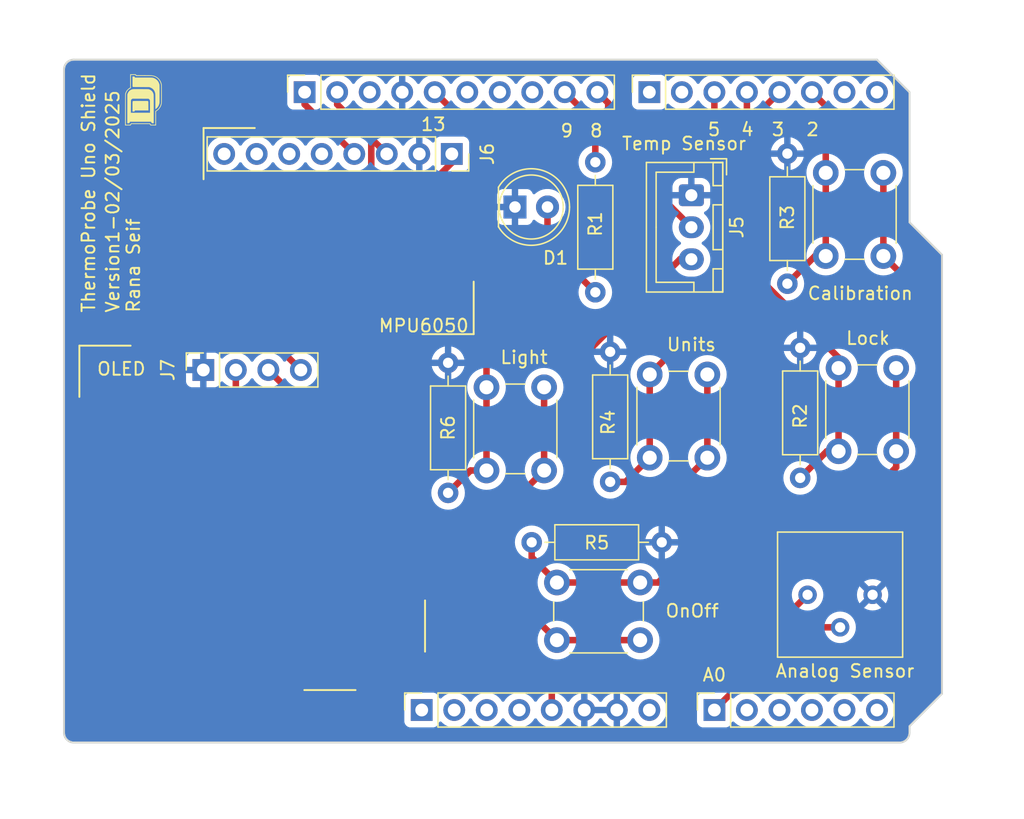
<source format=kicad_pcb>
(kicad_pcb (version 20240108) (generator "pcbnew") (generator_version "8.0")
  (title_block (date "mar. 31 mars 2015"))
  (layers (0 "F.Cu" signal) (31 "B.Cu" signal) (34 "B.Paste" user) (35 "F.Paste" user) (36 "B.SilkS" user "B.Silkscreen") (37 "F.SilkS" user "F.Silkscreen") (38 "B.Mask" user) (39 "F.Mask" user) (44 "Edge.Cuts" user))
  (net 0 "")
  (net 1 "GND")
  (net 3 "+5V")
  (net 4 "/IOREF")
  (net 5 "Net-(D1-A)")
  (net 6 "/A1")
  (net 7 "/A2")
  (net 8 "/A3")
  (net 9 "/SDA{slash}A4")
  (net 10 "/SCL{slash}A5")
  (net 11 "/12")
  (net 12 "/AREF")
  (net 13 "/Temp_Sensor")
  (net 14 "/7")
  (net 15 "/*11")
  (net 16 "/*10")
  (net 17 "/LED_Backlight")
  (net 18 "/Temp_POT")
  (net 19 "/Button_OnOff")
  (net 20 "/Button_Lock")
  (net 21 "/TX{slash}1")
  (net 22 "/Button_Units")
  (net 23 "/RX{slash}0")
  (net 24 "+3V3")
  (net 25 "VCC")
  (net 26 "/~{RESET}")
  (net 27 "/I2C_SCL")
  (net 28 "/I2C_SDA")
  (net 33 "/Button_Cal")
  (net 34 "/Button_Light")
  (footprint "Connector_PinSocket_2.54mm:PinSocket_1x08_P2.54mm_Vertical" (layer "F.Cu") (at 127.94 97.46 90)
    (property "Reference" "J1" (hide yes))
    (property "Value" "Power")
    (fp_line (start 1.33 -1.33) (end 1.33 0) (stroke (width 0.12)) (layer "F.SilkS"))
    (fp_line (start 0 -1.33) (end 1.33 -1.33) (stroke (width 0.12)) (layer "F.SilkS"))
    (fp_line (start 1.33 1.27) (end 1.33 19.11) (stroke (width 0.12)) (layer "F.SilkS"))
    (fp_line (start -1.33 1.27) (end 1.33 1.27) (stroke (width 0.12)) (layer "F.SilkS"))
    (fp_line (start -1.33 1.27) (end -1.33 19.11) (stroke (width 0.12)) (layer "F.SilkS"))
    (fp_line (start -1.33 19.11) (end 1.33 19.11) (stroke (width 0.12)) (layer "F.SilkS"))
    (pad "1" thru_hole rect (at 0 0 90) (size 1.7 1.7) (drill 1) (layers "*.Cu" "*.Mask"))
    (pad "2" thru_hole oval (at 0 2.54 90) (size 1.7 1.7) (drill 1) (layers "*.Cu" "*.Mask") (net 4 "/IOREF"))
    (pad "3" thru_hole oval (at 0 5.08 90) (size 1.7 1.7) (drill 1) (layers "*.Cu" "*.Mask") (net 26 "/~{RESET}"))
    (pad "4" thru_hole oval (at 0 7.62 90) (size 1.7 1.7) (drill 1) (layers "*.Cu" "*.Mask") (net 24 "+3V3"))
    (pad "5" thru_hole oval (at 0 10.16 90) (size 1.7 1.7) (drill 1) (layers "*.Cu" "*.Mask") (net 3 "+5V"))
    (pad "6" thru_hole oval (at 0 12.7 90) (size 1.7 1.7) (drill 1) (layers "*.Cu" "*.Mask") (net 1 "GND"))
    (pad "7" thru_hole oval (at 0 15.24 90) (size 1.7 1.7) (drill 1) (layers "*.Cu" "*.Mask") (net 1 "GND"))
    (pad "8" thru_hole oval (at 0 17.78 90) (size 1.7 1.7) (drill 1) (layers "*.Cu" "*.Mask") (net 25 "VCC"))
  )
  (footprint "Connector_PinSocket_2.54mm:PinSocket_1x06_P2.54mm_Vertical" (layer "F.Cu") (at 150.8 97.46 90)
    (property "Reference" "J3" (hide yes))
    (property "Value" "Analog")
    (fp_line (start 1.33 -1.33) (end 1.33 0) (stroke (width 0.12)) (layer "F.SilkS"))
    (fp_line (start 0 -1.33) (end 1.33 -1.33) (stroke (width 0.12)) (layer "F.SilkS"))
    (fp_line (start 1.33 1.27) (end 1.33 14.03) (stroke (width 0.12)) (layer "F.SilkS"))
    (fp_line (start -1.33 1.27) (end 1.33 1.27) (stroke (width 0.12)) (layer "F.SilkS"))
    (fp_line (start -1.33 1.27) (end -1.33 14.03) (stroke (width 0.12)) (layer "F.SilkS"))
    (fp_line (start -1.33 14.03) (end 1.33 14.03) (stroke (width 0.12)) (layer "F.SilkS"))
    (pad "1" thru_hole rect (at 0 0 90) (size 1.7 1.7) (drill 1) (layers "*.Cu" "*.Mask") (net 18 "/Temp_POT"))
    (pad "2" thru_hole oval (at 0 2.54 90) (size 1.7 1.7) (drill 1) (layers "*.Cu" "*.Mask") (net 6 "/A1"))
    (pad "3" thru_hole oval (at 0 5.08 90) (size 1.7 1.7) (drill 1) (layers "*.Cu" "*.Mask") (net 7 "/A2"))
    (pad "4" thru_hole oval (at 0 7.62 90) (size 1.7 1.7) (drill 1) (layers "*.Cu" "*.Mask") (net 8 "/A3"))
    (pad "5" thru_hole oval (at 0 10.16 90) (size 1.7 1.7) (drill 1) (layers "*.Cu" "*.Mask") (net 9 "/SDA{slash}A4"))
    (pad "6" thru_hole oval (at 0 12.7 90) (size 1.7 1.7) (drill 1) (layers "*.Cu" "*.Mask") (net 10 "/SCL{slash}A5"))
  )
  (footprint "Connector_PinSocket_2.54mm:PinSocket_1x10_P2.54mm_Vertical" (layer "F.Cu") (at 118.796 49.2 90)
    (property "Reference" "J2" (hide yes))
    (property "Value" "Digital/PWM")
    (fp_line (start 1.33 -1.33) (end 1.33 0) (stroke (width 0.12)) (layer "F.SilkS"))
    (fp_line (start 0 -1.33) (end 1.33 -1.33) (stroke (width 0.12)) (layer "F.SilkS"))
    (fp_line (start 1.33 1.27) (end 1.33 24.19) (stroke (width 0.12)) (layer "F.SilkS"))
    (fp_line (start -1.33 1.27) (end 1.33 1.27) (stroke (width 0.12)) (layer "F.SilkS"))
    (fp_line (start -1.33 1.27) (end -1.33 24.19) (stroke (width 0.12)) (layer "F.SilkS"))
    (fp_line (start -1.33 24.19) (end 1.33 24.19) (stroke (width 0.12)) (layer "F.SilkS"))
    (pad "1" thru_hole rect (at 0 0 90) (size 1.7 1.7) (drill 1) (layers "*.Cu" "*.Mask") (net 28 "/I2C_SDA"))
    (pad "2" thru_hole oval (at 0 2.54 90) (size 1.7 1.7) (drill 1) (layers "*.Cu" "*.Mask") (net 27 "/I2C_SCL"))
    (pad "3" thru_hole oval (at 0 5.08 90) (size 1.7 1.7) (drill 1) (layers "*.Cu" "*.Mask") (net 12 "/AREF"))
    (pad "4" thru_hole oval (at 0 7.62 90) (size 1.7 1.7) (drill 1) (layers "*.Cu" "*.Mask") (net 1 "GND"))
    (pad "5" thru_hole oval (at 0 10.16 90) (size 1.7 1.7) (drill 1) (layers "*.Cu" "*.Mask") (net 34 "/Button_Light"))
    (pad "6" thru_hole oval (at 0 12.7 90) (size 1.7 1.7) (drill 1) (layers "*.Cu" "*.Mask") (net 11 "/12"))
    (pad "7" thru_hole oval (at 0 15.24 90) (size 1.7 1.7) (drill 1) (layers "*.Cu" "*.Mask") (net 15 "/*11"))
    (pad "8" thru_hole oval (at 0 17.78 90) (size 1.7 1.7) (drill 1) (layers "*.Cu" "*.Mask") (net 16 "/*10"))
    (pad "9" thru_hole oval (at 0 20.32 90) (size 1.7 1.7) (drill 1) (layers "*.Cu" "*.Mask") (net 17 "/LED_Backlight"))
    (pad "10" thru_hole oval (at 0 22.86 90) (size 1.7 1.7) (drill 1) (layers "*.Cu" "*.Mask") (net 13 "/Temp_Sensor"))
  )
  (footprint "Connector_PinSocket_2.54mm:PinSocket_1x08_P2.54mm_Vertical" (layer "F.Cu") (at 145.72 49.2 90)
    (property "Reference" "J4" (hide yes))
    (property "Value" "Digital/PWM")
    (fp_line (start 1.33 -1.33) (end 1.33 0) (stroke (width 0.12)) (layer "F.SilkS"))
    (fp_line (start 0 -1.33) (end 1.33 -1.33) (stroke (width 0.12)) (layer "F.SilkS"))
    (fp_line (start 1.33 1.27) (end 1.33 19.11) (stroke (width 0.12)) (layer "F.SilkS"))
    (fp_line (start -1.33 1.27) (end 1.33 1.27) (stroke (width 0.12)) (layer "F.SilkS"))
    (fp_line (start -1.33 1.27) (end -1.33 19.11) (stroke (width 0.12)) (layer "F.SilkS"))
    (fp_line (start -1.33 19.11) (end 1.33 19.11) (stroke (width 0.12)) (layer "F.SilkS"))
    (pad "1" thru_hole rect (at 0 0 90) (size 1.7 1.7) (drill 1) (layers "*.Cu" "*.Mask") (net 14 "/7"))
    (pad "2" thru_hole oval (at 0 2.54 90) (size 1.7 1.7) (drill 1) (layers "*.Cu" "*.Mask"))
    (pad "3" thru_hole oval (at 0 5.08 90) (size 1.7 1.7) (drill 1) (layers "*.Cu" "*.Mask") (net 22 "/Button_Units"))
    (pad "4" thru_hole oval (at 0 7.62 90) (size 1.7 1.7) (drill 1) (layers "*.Cu" "*.Mask") (net 19 "/Button_OnOff"))
    (pad "5" thru_hole oval (at 0 10.16 90) (size 1.7 1.7) (drill 1) (layers "*.Cu" "*.Mask") (net 20 "/Button_Lock"))
    (pad "6" thru_hole oval (at 0 12.7 90) (size 1.7 1.7) (drill 1) (layers "*.Cu" "*.Mask") (net 33 "/Button_Cal"))
    (pad "7" thru_hole oval (at 0 15.24 90) (size 1.7 1.7) (drill 1) (layers "*.Cu" "*.Mask") (net 21 "/TX{slash}1"))
    (pad "8" thru_hole oval (at 0 17.78 90) (size 1.7 1.7) (drill 1) (layers "*.Cu" "*.Mask") (net 23 "/RX{slash}0"))
  )
  (footprint "Resistor_THT:R_Axial_DIN0207_L6.3mm_D2.5mm_P10.16mm_Horizontal" (layer "F.Cu") (at 130 80.5 90)
    (property "Reference" "R6" (at 5.08 0 90) (layer "F.SilkS"))
    (property "Value" "100k")
    (fp_line (start 8.35 -1.37) (end 1.81 -1.37) (stroke (width 0.12)) (layer "F.SilkS"))
    (fp_line (start 1.81 -1.37) (end 1.81 1.37) (stroke (width 0.12)) (layer "F.SilkS"))
    (fp_line (start 9.12 0) (end 8.35 0) (stroke (width 0.12)) (layer "F.SilkS"))
    (fp_line (start 1.04 0) (end 1.81 0) (stroke (width 0.12)) (layer "F.SilkS"))
    (fp_line (start 8.35 1.37) (end 8.35 -1.37) (stroke (width 0.12)) (layer "F.SilkS"))
    (fp_line (start 1.81 1.37) (end 8.35 1.37) (stroke (width 0.12)) (layer "F.SilkS"))
    (pad "1" thru_hole circle (at 0 0 90) (size 1.6 1.6) (drill 0.8) (layers "*.Cu" "*.Mask") (net 34 "/Button_Light"))
    (pad "2" thru_hole oval (at 10.16 0 90) (size 1.6 1.6) (drill 0.8) (layers "*.Cu" "*.Mask") (net 1 "GND"))
  )
  (footprint "Button_Switch_THT:SW_PUSH_6mm" (layer "F.Cu") (at 138.5 87.5)
    (property "Reference" "SW4" (hide yes))
    (property "Value" "SW_SPST" (hide yes))
    (fp_line (start -0.25 1.5) (end -0.25 3) (stroke (width 0.12)) (layer "F.SilkS"))
    (fp_line (start 1 5.5) (end 5.5 5.5) (stroke (width 0.12)) (layer "F.SilkS"))
    (fp_line (start 5.5 -1) (end 1 -1) (stroke (width 0.12)) (layer "F.SilkS"))
    (fp_line (start 6.75 3) (end 6.75 1.5) (stroke (width 0.12)) (layer "F.SilkS"))
    (pad "1" thru_hole circle (at 0 0 90) (size 2 2) (drill 1.1) (layers "*.Cu" "*.Mask") (net 19 "/Button_OnOff"))
    (pad "1" thru_hole circle (at 6.5 0 90) (size 2 2) (drill 1.1) (layers "*.Cu" "*.Mask") (net 19 "/Button_OnOff"))
    (pad "2" thru_hole circle (at 0 4.5 90) (size 2 2) (drill 1.1) (layers "*.Cu" "*.Mask") (net 3 "+5V"))
    (pad "2" thru_hole circle (at 6.5 4.5 90) (size 2 2) (drill 1.1) (layers "*.Cu" "*.Mask") (net 3 "+5V"))
  )
  (footprint "Resistor_THT:R_Axial_DIN0207_L6.3mm_D2.5mm_P10.16mm_Horizontal" (layer "F.Cu") (at 136.53 84.36)
    (property "Reference" "R5" (at 5.08 0.04 0) (layer "F.SilkS"))
    (property "Value" "100k")
    (fp_line (start 1.04 0) (end 1.81 0) (stroke (width 0.12)) (layer "F.SilkS"))
    (fp_line (start 1.81 -1.37) (end 1.81 1.37) (stroke (width 0.12)) (layer "F.SilkS"))
    (fp_line (start 1.81 1.37) (end 8.35 1.37) (stroke (width 0.12)) (layer "F.SilkS"))
    (fp_line (start 8.35 -1.37) (end 1.81 -1.37) (stroke (width 0.12)) (layer "F.SilkS"))
    (fp_line (start 8.35 1.37) (end 8.35 -1.37) (stroke (width 0.12)) (layer "F.SilkS"))
    (fp_line (start 9.12 0) (end 8.35 0) (stroke (width 0.12)) (layer "F.SilkS"))
    (pad "1" thru_hole circle (at 0 0) (size 1.6 1.6) (drill 0.8) (layers "*.Cu" "*.Mask") (net 19 "/Button_OnOff"))
    (pad "2" thru_hole oval (at 10.16 0) (size 1.6 1.6) (drill 0.8) (layers "*.Cu" "*.Mask") (net 1 "GND"))
  )
  (footprint "LOGO" (layer "F.Cu") (at 106.2 49.8 90)
    (property "Reference" "G***" (hide yes))
    (property "Value" "LOGO" (hide yes))
    (fp_poly (pts (xy -0.42953 -0.849996) (xy -0.351605 -0.849878) (xy -0.287479 -0.849487) (xy -0.235718 -0.848663) (xy -0.194889 -0.84725) (xy -0.163558 -0.845086) (xy -0.140292 -0.842015) (xy -0.123656 -0.837876) (xy -0.112217 -0.832511) (xy -0.104541 -0.825761) (xy -0.099194 -0.817467) (xy -0.094743 -0.807471) (xy -0.092641 -0.802352) (xy -0.090589 -0.792301) (xy -0.08886 -0.772334) (xy -0.087445 -0.741662) (xy -0.086334 -0.699497) (xy -0.085517 -0.645051) (xy -0.084984 -0.577536) (xy -0.084725 -0.496164) (xy -0.08473 -0.400147) (xy -0.084989 -0.288697) (xy -0.085243 -0.218873) (xy -0.0875 0.341294) (xy -0.110598 0.364397) (xy -0.133696 0.3875) (xy -0.479348 0.389931) (xy -0.825 0.392362) (xy -0.825 -0.131661) (xy -0.825 -0.655685) (xy -0.866667 -0.678363) (xy -0.908334 -0.70104) (xy -0.908334 -0.77552) (xy -0.908334 -0.85) (xy -0.522688 -0.85)) (fill solid) (layer "F.SilkS"))
    (fp_poly (pts (xy -0.702084 -1.256453) (xy 0.420833 -1.254167) (xy 0.485653 -1.23123) (xy 0.57134 -1.192769) (xy 0.647431 -1.142053) (xy 0.712678 -1.080467) (xy 0.765834 -1.009393) (xy 0.805651 -0.930216) (xy 0.829824 -0.84953) (xy 0.832265 -0.835688) (xy 0.834353 -0.818526) (xy 0.836105 -0.796837) (xy 0.837541 -0.769411) (xy 0.838678 -0.735042) (xy 0.839535 -0.69252) (xy 0.84013 -0.640636) (xy 0.840481 -0.578184) (xy 0.840608 -0.503954) (xy 0.840527 -0.416739) (xy 0.840259 -0.315329) (xy 0.83982 -0.198517) (xy 0.839796 -0.192791) (xy 0.839308 -0.078617) (xy 0.83884 0.020119) (xy 0.838355 0.104641) (xy 0.837812 0.176177) (xy 0.837175 0.235955) (xy 0.836406 0.2852) (xy 0.835465 0.325139) (xy 0.834314 0.357) (xy 0.832917 0.382009) (xy 0.831233 0.401394) (xy 0.829225 0.41638) (xy 0.826855 0.428196) (xy 0.824084 0.438067) (xy 0.820874 0.44722) (xy 0.819753 0.450187) (xy 0.777997 0.54115) (xy 0.727107 0.618355) (xy 0.666503 0.682349) (xy 0.595602 0.73368) (xy 0.513822 0.772895) (xy 0.457072 0.791456) (xy 0.448075 0.793865) (xy 0.438785 0.796034) (xy 0.428322 0.797974) (xy 0.415806 0.799699) (xy 0.400356 0.801221) (xy 0.381093 0.802553) (xy 0.357137 0.803707) (xy 0.327607 0.804696) (xy 0.291624 0.805534) (xy 0.248306 0.806232) (xy 0.196774 0.806803) (xy 0.136147 0.80726) (xy 0.065547 0.807616) (xy -0.015909 0.807883) (xy -0.109099 0.808074) (xy -0.214905 0.808202) (xy -0.334205 0.808279) (xy -0.467881 0.808318) (xy -0.616812 0.808332) (xy -0.714416 0.808333) (xy -1.825 0.808333) (xy -1.825 0.733822) (xy -1.825 0.65931) (xy -1.766723 0.627572) (xy -1.708445 0.595833) (xy -1.70839 -0.225474) (xy -1.708339 -0.979167) (xy -1.00834 -0.979167) (xy -1.008337 -0.230993) (xy -1.008334 0.51718) (xy -0.522917 0.51484) (xy -0.0375 0.5125) (xy -0.000371 0.491667) (xy 0.027467 0.471505) (xy 0.053886 0.445246) (xy 0.062129 0.434703) (xy 0.0875 0.398572) (xy 0.089739 -0.222215) (xy 0.091979 -0.843002) (xy 0.069853 -0.883655) (xy 0.050161 -0.912326) (xy 0.025578 -0.938433) (xy 0.014169 -0.947571) (xy -0.01939 -0.970833) (xy -0.513865 -0.975) (xy -1.00834 -0.979167) (xy -1.708339 -0.979167) (xy -1.708334 -1.04678) (xy -1.766667 -1.075) (xy -1.825 -1.10322) (xy -1.825 -1.18098) (xy -1.825 -1.25874)) (fill solid) (layer "F.SilkS"))
    (fp_poly (pts (xy 1.825 -0.77552) (xy 1.825 -0.70104) (xy 1.783333 -0.678363) (xy 1.741666 -0.655685) (xy 1.741666 0.001676) (xy 1.741658 0.127726) (xy 1.741582 0.238323) (xy 1.741363 0.33468) (xy 1.740924 0.418008) (xy 1.74019 0.489523) (xy 1.739083 0.550436) (xy 1.737529 0.60196) (xy 1.735449 0.645309) (xy 1.73277 0.681695) (xy 1.729414 0.712332) (xy 1.725304 0.738433) (xy 1.720366 0.76121) (xy 1.714523 0.781877) (xy 1.707698 0.801647) (xy 1.699815 0.821733) (xy 1.690799 0.843347) (xy 1.688466 0.848878) (xy 1.640205 0.94241) (xy 1.57884 1.026147) (xy 1.505303 1.099284) (xy 1.420526 1.161013) (xy 1.32544 1.210528) (xy 1.232184 1.243877) (xy 1.220815 1.247054) (xy 1.209432 1.24983) (xy 1.196875 1.252234) (xy 1.181982 1.254297) (xy 1.163593 1.256046) (xy 1.140548 1.257514) (xy 1.111686 1.25873) (xy 1.075846 1.259722) (xy 1.031869 1.260523) (xy 0.978592 1.26116) (xy 0.914856 1.261665) (xy 0.839501 1.262067) (xy 0.751365 1.262396) (xy 0.649288 1.262681) (xy 0.53211 1.262953) (xy 0.4875 1.263051) (xy 0.381674 1.26324) (xy 0.280261 1.263343) (xy 0.184553 1.263363) (xy 0.095842 1.263304) (xy 0.015423 1.26317) (xy -0.055413 1.262963) (xy -0.115373 1.262687) (xy -0.163163 1.262344) (xy -0.197492 1.26194) (xy -0.217065 1.261476) (xy -0.220834 1.261234) (xy -0.308749 1.2433) (xy -0.396172 1.213628) (xy -0.479684 1.173991) (xy -0.555868 1.126165) (xy -0.621307 1.071923) (xy -0.655071 1.035745) (xy -0.680752 1.003927) (xy -0.702332 0.975348) (xy -0.717707 0.952943) (xy -0.72477 0.939645) (xy -0.725 0.938297) (xy -0.716888 0.937477) (xy -0.693433 0.9367) (xy -0.655962 0.935976) (xy -0.605797 0.935317) (xy -0.544265 0.934733) (xy -0.472689 0.934235) (xy -0.392395 0.933836) (xy -0.304706 0.933546) (xy -0.210949 0.933375) (xy -0.133879 0.933333) (xy -0.016551 0.933286) (xy 0.085321 0.933127) (xy 0.172946 0.932835) (xy 0.247536 0.932385) (xy 0.310299 0.931754) (xy 0.362447 0.930918) (xy 0.405189 0.929855) (xy 0.439736 0.928541) (xy 0.467298 0.926952) (xy 0.489085 0.925065) (xy 0.506307 0.922856) (xy 0.518205 0.92072) (xy 0.617758 0.892363) (xy 0.707377 0.850667) (xy 0.786784 0.795878) (xy 0.855699 0.728241) (xy 0.913845 0.648002) (xy 0.960944 0.555407) (xy 0.976038 0.51661) (xy 0.995473 0.4625) (xy 0.99982 -0.173644) (xy 1.004166 -0.809788) (xy 1.027548 -0.829894) (xy 1.050929 -0.85) (xy 1.437964 -0.85) (xy 1.825 -0.85)) (fill solid) (layer "F.SilkS"))
    (fp_poly (pts (xy -0.772917 -1.43119) (xy -0.605403 -1.430838) (xy -0.453732 -1.430495) (xy -0.317081 -1.430151) (xy -0.194625 -1.429794) (xy -0.085543 -1.429412) (xy 0.010991 -1.428994) (xy 0.095799 -1.428529) (xy 0.169705 -1.428005) (xy 0.233533 -1.427412) (xy 0.288106 -1.426737) (xy 0.334248 -1.425969) (xy 0.372781 -1.425097) (xy 0.404531 -1.42411) (xy 0.430319 -1.422997) (xy 0.45097 -1.421745) (xy 0.467308 -1.420343) (xy 0.480155 -1.418781) (xy 0.490335 -1.417046) (xy 0.498673 -1.415128) (xy 0.504166 -1.413576) (xy 0.569321 -1.390135) (xy 0.637155 -1.359263) (xy 0.699672 -1.324746) (xy 0.721849 -1.310462) (xy 0.767666 -1.274571) (xy 0.816247 -1.228449) (xy 0.863138 -1.176888) (xy 0.903887 -1.12468) (xy 0.926392 -1.090285) (xy 0.9625 -1.029167) (xy 1.48125 -1.031313) (xy 2 -1.03346) (xy 2 -0.813355) (xy 2 -0.593251) (xy 1.9625 -0.571274) (xy 1.925 -0.549298) (xy 1.925 0.017346) (xy 1.924865 0.129598) (xy 1.924471 0.234733) (xy 1.923836 0.331525) (xy 1.922976 0.418743) (xy 1.921906 0.49516) (xy 1.920644 0.559546) (xy 1.919207 0.610672) (xy 1.91761 0.64731) (xy 1.916279 0.664912) (xy 1.895331 0.786471) (xy 1.859871 0.900305) (xy 1.810501 1.005716) (xy 1.747821 1.102005) (xy 1.672433 1.188472) (xy 1.584939 1.264418) (xy 1.48594 1.329145) (xy 1.376038 1.381953) (xy 1.267494 1.418939) (xy 1.256076 1.422053) (xy 1.244679 1.424785) (xy 1.232178 1.427162) (xy 1.217443 1.429213) (xy 1.199347 1.430966) (xy 1.176763 1.432449) (xy 1.148562 1.433691) (xy 1.113618 1.434719) (xy 1.070801 1.435563) (xy 1.018985 1.43625) (xy 0.957042 1.436809) (xy 0.883844 1.437268) (xy 0.798263 1.437654) (xy 0.699171 1.437998) (xy 0.585442 1.438326) (xy 0.483333 1.438596) (xy 0.349881 1.438891) (xy 0.23212 1.439033) (xy 0.129075 1.43901) (xy 0.039771 1.438812) (xy -0.036767 1.438426) (xy -0.101514 1.437841) (xy -0.155445 1.437046) (xy -0.199534 1.43603) (xy -0.234758 1.434781) (xy -0.262091 1.433288) (xy -0.282508 1.431539) (xy -0.296983 1.429523) (xy -0.297216 1.42948) (xy -0.41191 1.400125) (xy -0.520699 1.355833) (xy -0.622087 1.297598) (xy -0.71458 1.226411) (xy -0.796679 1.143267) (xy -0.864292 1.053176) (xy -0.904167 0.991882) (xy -1.452084 0.991774) (xy -2 0.991667) (xy -2 0.771241) (xy -2 0.584149) (xy -1.941667 0.584149) (xy -1.941667 0.758741) (xy -1.941667 0.933333) (xy -1.408724 0.933333) (xy -0.875781 0.933333) (xy -0.82214 1.014686) (xy -0.750383 1.10907) (xy -0.668169 1.190896) (xy -0.57638 1.259531) (xy -0.475901 1.314339) (xy -0.367614 1.354685) (xy -0.338121 1.36277) (xy -0.2625 1.382017) (xy 0.45 1.382495) (xy 0.575983 1.382564) (xy 0.68645 1.382575) (xy 0.782552 1.382505) (xy 0.86544 1.382333) (xy 0.936264 1.382035) (xy 0.996174 1.381588) (xy 1.046323 1.38097) (xy 1.08786 1.380157) (xy 1.121935 1.379128) (xy 1.149701 1.37786) (xy 1.172307 1.376329) (xy 1.190905 1.374513) (xy 1.206644 1.372389) (xy 1.220676 1.369935) (xy 1.234151 1.367127) (xy 1.2348 1.366984) (xy 1.342516 1.33477) (xy 1.445053 1.287471) (xy 1.54045 1.226356) (xy 1.626742 1.152693) (xy 1.701968 1.06775) (xy 1.705953 1.0625) (xy 1.747715 0.999051) (xy 1.786528 0.925102) (xy 1.81942 0.846819) (xy 1.839353 0.78565) (xy 1.862107 0.704167) (xy 1.864769 0.060544) (xy 1.867431 -0.583079) (xy 1.904548 -0.604831) (xy 1.941666 -0.626584) (xy 1.941666 -0.800792) (xy 1.941666 -0.975) (xy 1.43125 -0.975036) (xy 0.920833 -0.975072) (xy 0.889629 -1.035859) (xy 0.836482 -1.121556) (xy 0.770932 -1.196703) (xy 0.694217 -1.260328) (xy 0.607576 -1.311454) (xy 0.512247 -1.349107) (xy 0.479916 -1.358201) (xy 0.47045 -1.360533) (xy 0.460704 -1.362639) (xy 0.449822 -1.36453) (xy 0.436948 -1.366218) (xy 0.421227 -1.367714) (xy 0.401804 -1.36903) (xy 0.377822 -1.370177) (xy 0.348426 -1.371167) (xy 0.31276 -1.372012) (xy 0.269969 -1.372722) (xy 0.219197 -1.37331) (xy 0.159588 -1.373787) (xy 0.090287 -1.374165) (xy 0.010438 -1.374455) (xy -0.080815 -1.374669) (xy -0.184326 -1.374818) (xy -0.300953 -1.374915) (xy -0.43155 -1.374969) (xy -0.576973 -1.374994) (xy -0.738078 -1.375) (xy -0.763834 -1.375) (xy -1.941667 -1.375) (xy -1.941597 -1.202083) (xy -1.941527 -1.029167) (xy -1.88743 -1.000433) (xy -1.833334 -0.971699) (xy -1.833334 -0.224067) (xy -1.833334 0.523565) (xy -1.8875 0.553857) (xy -1.941667 0.584149) (xy -2 0.584149) (xy -2 0.550816) (xy -1.945834 0.520524) (xy -1.891667 0.490232) (xy -1.891667 -0.224067) (xy -1.891667 -0.938365) (xy -1.945764 -0.967099) (xy -1.99986 -0.995833) (xy -1.99993 -1.21477) (xy -2 -1.433706)) (fill solid) (layer "F.SilkS"))
  )
  (footprint "Connector_JST:JST_XH_B3B-XH-A_1x03_P2.50mm_Vertical" (layer "F.Cu") (at 149 57.25 -90)
    (property "Reference" "J5" (at 2.5 -3.55 90) (layer "F.SilkS"))
    (property "Value" "Conn_Temp")
    (fp_line (start -2.56 3.51) (end 7.56 3.51) (stroke (width 0.12)) (layer "F.SilkS"))
    (fp_line (start 7.56 3.51) (end 7.56 -2.46) (stroke (width 0.12)) (layer "F.SilkS"))
    (fp_line (start -1.8 2.75) (end 2.5 2.75) (stroke (width 0.12)) (layer "F.SilkS"))
    (fp_line (start 6.8 2.75) (end 2.5 2.75) (stroke (width 0.12)) (layer "F.SilkS"))
    (fp_line (start -2.55 -0.2) (end -1.8 -0.2) (stroke (width 0.12)) (layer "F.SilkS"))
    (fp_line (start -1.8 -0.2) (end -1.8 2.75) (stroke (width 0.12)) (layer "F.SilkS"))
    (fp_line (start 6.8 -0.2) (end 6.8 2.75) (stroke (width 0.12)) (layer "F.SilkS"))
    (fp_line (start 7.55 -0.2) (end 6.8 -0.2) (stroke (width 0.12)) (layer "F.SilkS"))
    (fp_line (start -2.55 -1.7) (end -0.75 -1.7) (stroke (width 0.12)) (layer "F.SilkS"))
    (fp_line (start -0.75 -1.7) (end -0.75 -2.45) (stroke (width 0.12)) (layer "F.SilkS"))
    (fp_line (start 0.75 -1.7) (end 4.25 -1.7) (stroke (width 0.12)) (layer "F.SilkS"))
    (fp_line (start 4.25 -1.7) (end 4.25 -2.45) (stroke (width 0.12)) (layer "F.SilkS"))
    (fp_line (start 5.75 -1.7) (end 7.55 -1.7) (stroke (width 0.12)) (layer "F.SilkS"))
    (fp_line (start 7.55 -1.7) (end 7.55 -2.45) (stroke (width 0.12)) (layer "F.SilkS"))
    (fp_line (start -2.55 -2.45) (end -2.55 -1.7) (stroke (width 0.12)) (layer "F.SilkS"))
    (fp_line (start -0.75 -2.45) (end -2.55 -2.45) (stroke (width 0.12)) (layer "F.SilkS"))
    (fp_line (start 0.75 -2.45) (end 0.75 -1.7) (stroke (width 0.12)) (layer "F.SilkS"))
    (fp_line (start 4.25 -2.45) (end 0.75 -2.45) (stroke (width 0.12)) (layer "F.SilkS"))
    (fp_line (start 5.75 -2.45) (end 5.75 -1.7) (stroke (width 0.12)) (layer "F.SilkS"))
    (fp_line (start 7.55 -2.45) (end 5.75 -2.45) (stroke (width 0.12)) (layer "F.SilkS"))
    (fp_line (start -2.56 -2.46) (end -2.56 3.51) (stroke (width 0.12)) (layer "F.SilkS"))
    (fp_line (start 7.56 -2.46) (end -2.56 -2.46) (stroke (width 0.12)) (layer "F.SilkS"))
    (fp_line (start -2.85 -2.75) (end -2.85 -1.5) (stroke (width 0.12)) (layer "F.SilkS"))
    (fp_line (start -1.6 -2.75) (end -2.85 -2.75) (stroke (width 0.12)) (layer "F.SilkS"))
    (pad "1" thru_hole roundrect (at 0 0 270) (size 1.7 1.95) (drill 0.95) (layers "*.Cu" "*.Mask") (roundrect_rratio 0.147059) (net 1 "GND"))
    (pad "2" thru_hole oval (at 2.5 0 270) (size 1.7 1.95) (drill 0.95) (layers "*.Cu" "*.Mask") (net 13 "/Temp_Sensor"))
    (pad "3" thru_hole oval (at 5 0 270) (size 1.7 1.95) (drill 0.95) (layers "*.Cu" "*.Mask") (net 3 "+5V"))
  )
  (footprint "Resistor_THT:R_Axial_DIN0207_L6.3mm_D2.5mm_P10.16mm_Horizontal" (layer "F.Cu") (at 157.5 79.33 90)
    (property "Reference" "R2" (at 4.83 0 90) (layer "F.SilkS"))
    (property "Value" "100k")
    (fp_line (start 8.35 -1.37) (end 1.81 -1.37) (stroke (width 0.12)) (layer "F.SilkS"))
    (fp_line (start 1.81 -1.37) (end 1.81 1.37) (stroke (width 0.12)) (layer "F.SilkS"))
    (fp_line (start 9.12 0) (end 8.35 0) (stroke (width 0.12)) (layer "F.SilkS"))
    (fp_line (start 1.04 0) (end 1.81 0) (stroke (width 0.12)) (layer "F.SilkS"))
    (fp_line (start 8.35 1.37) (end 8.35 -1.37) (stroke (width 0.12)) (layer "F.SilkS"))
    (fp_line (start 1.81 1.37) (end 8.35 1.37) (stroke (width 0.12)) (layer "F.SilkS"))
    (pad "1" thru_hole circle (at 0 0 90) (size 1.6 1.6) (drill 0.8) (layers "*.Cu" "*.Mask") (net 20 "/Button_Lock"))
    (pad "2" thru_hole oval (at 10.16 0 90) (size 1.6 1.6) (drill 0.8) (layers "*.Cu" "*.Mask") (net 1 "GND"))
  )
  (footprint "Resistor_THT:R_Axial_DIN0207_L6.3mm_D2.5mm_P10.16mm_Horizontal" (layer "F.Cu") (at 142.66 79.64 90)
    (property "Reference" "R4" (at 4.64 -0.16 90) (layer "F.SilkS"))
    (property "Value" "100k")
    (fp_line (start 8.35 -1.37) (end 1.81 -1.37) (stroke (width 0.12)) (layer "F.SilkS"))
    (fp_line (start 1.81 -1.37) (end 1.81 1.37) (stroke (width 0.12)) (layer "F.SilkS"))
    (fp_line (start 9.12 0) (end 8.35 0) (stroke (width 0.12)) (layer "F.SilkS"))
    (fp_line (start 1.04 0) (end 1.81 0) (stroke (width 0.12)) (layer "F.SilkS"))
    (fp_line (start 8.35 1.37) (end 8.35 -1.37) (stroke (width 0.12)) (layer "F.SilkS"))
    (fp_line (start 1.81 1.37) (end 8.35 1.37) (stroke (width 0.12)) (layer "F.SilkS"))
    (pad "1" thru_hole circle (at 0 0 90) (size 1.6 1.6) (drill 0.8) (layers "*.Cu" "*.Mask") (net 22 "/Button_Units"))
    (pad "2" thru_hole oval (at 10.16 0 90) (size 1.6 1.6) (drill 0.8) (layers "*.Cu" "*.Mask") (net 1 "GND"))
  )
  (footprint "Resistor_THT:R_Axial_DIN0207_L6.3mm_D2.5mm_P10.16mm_Horizontal" (layer "F.Cu") (at 141.5 54.67 -90)
    (property "Reference" "R1" (at 4.83 0 90) (layer "F.SilkS"))
    (property "Value" "1k")
    (fp_line (start 1.81 1.37) (end 8.35 1.37) (stroke (width 0.12)) (layer "F.SilkS"))
    (fp_line (start 8.35 1.37) (end 8.35 -1.37) (stroke (width 0.12)) (layer "F.SilkS"))
    (fp_line (start 1.04 0) (end 1.81 0) (stroke (width 0.12)) (layer "F.SilkS"))
    (fp_line (start 9.12 0) (end 8.35 0) (stroke (width 0.12)) (layer "F.SilkS"))
    (fp_line (start 1.81 -1.37) (end 1.81 1.37) (stroke (width 0.12)) (layer "F.SilkS"))
    (fp_line (start 8.35 -1.37) (end 1.81 -1.37) (stroke (width 0.12)) (layer "F.SilkS"))
    (pad "1" thru_hole circle (at 0 0 270) (size 1.6 1.6) (drill 0.8) (layers "*.Cu" "*.Mask") (net 17 "/LED_Backlight"))
    (pad "2" thru_hole oval (at 10.16 0 270) (size 1.6 1.6) (drill 0.8) (layers "*.Cu" "*.Mask") (net 5 "Net-(D1-A)"))
  )
  (footprint "LED_THT:LED_D5.0mm" (layer "F.Cu") (at 135.225 58.17)
    (property "Reference" "D1" (at 3.165938 3.977071 0) (layer "F.SilkS"))
    (property "Value" "LED")
    (fp_line (start -1.29 -1.545) (end -1.29 1.545) (stroke (width 0.12)) (layer "F.SilkS"))
    (fp_arc (start -1.29 -1.54483) (mid 2.071756 -2.880501) (end 4.26 -0.000048) (stroke (width 0.12)) (layer "F.SilkS"))
    (fp_arc (start 4.26 0.000048) (mid 2.071756 2.880501) (end -1.29 1.54483) (stroke (width 0.12)) (layer "F.SilkS"))
    (fp_circle (center 1.27 0) (end 3.77 0) (stroke (width 0.12)) (fill none) (layer "F.SilkS"))
    (pad "1" thru_hole rect (at 0 0) (size 1.8 1.8) (drill 0.9) (layers "*.Cu" "*.Mask") (net 1 "GND"))
    (pad "2" thru_hole circle (at 2.54 0) (size 1.8 1.8) (drill 0.9) (layers "*.Cu" "*.Mask") (net 5 "Net-(D1-A)"))
  )
  (footprint "Connector_PinSocket_2.54mm:PinSocket_1x08_P2.54mm_Vertical" (layer "F.Cu") (at 130.29 54.025 -90)
    (property "Reference" "J6" (at 0 -2.77 90) (layer "F.SilkS"))
    (property "Value" "Conn_Gyro")
    (fp_line (start -1.33 19.11) (end 1.33 19.11) (stroke (width 0.12)) (layer "F.SilkS"))
    (fp_line (start -1.33 1.27) (end -1.33 19.11) (stroke (width 0.12)) (layer "F.SilkS"))
    (fp_line (start -1.33 1.27) (end 1.33 1.27) (stroke (width 0.12)) (layer "F.SilkS"))
    (fp_line (start 1.33 1.27) (end 1.33 19.11) (stroke (width 0.12)) (layer "F.SilkS"))
    (fp_line (start 0 -1.33) (end 1.33 -1.33) (stroke (width 0.12)) (layer "F.SilkS"))
    (fp_line (start 1.33 -1.33) (end 1.33 0) (stroke (width 0.12)) (layer "F.SilkS"))
    (pad "1" thru_hole rect (at 0 0 270) (size 1.7 1.7) (drill 1) (layers "*.Cu" "*.Mask") (net 3 "+5V"))
    (pad "2" thru_hole oval (at 0 2.54 270) (size 1.7 1.7) (drill 1) (layers "*.Cu" "*.Mask") (net 1 "GND"))
    (pad "3" thru_hole oval (at 0 5.08 270) (size 1.7 1.7) (drill 1) (layers "*.Cu" "*.Mask") (net 27 "/I2C_SCL"))
    (pad "4" thru_hole oval (at 0 7.62 270) (size 1.7 1.7) (drill 1) (layers "*.Cu" "*.Mask") (net 28 "/I2C_SDA"))
    (pad "5" thru_hole oval (at 0 10.16 270) (size 1.7 1.7) (drill 1) (layers "*.Cu" "*.Mask"))
    (pad "6" thru_hole oval (at 0 12.7 270) (size 1.7 1.7) (drill 1) (layers "*.Cu" "*.Mask"))
    (pad "7" thru_hole oval (at 0 15.24 270) (size 1.7 1.7) (drill 1) (layers "*.Cu" "*.Mask"))
    (pad "8" thru_hole oval (at 0 17.78 270) (size 1.7 1.7) (drill 1) (layers "*.Cu" "*.Mask"))
  )
  (footprint "Resistor_THT:R_Axial_DIN0207_L6.3mm_D2.5mm_P10.16mm_Horizontal" (layer "F.Cu") (at 156.5 64.16 90)
    (property "Reference" "R3" (at 5.16 0 90) (layer "F.SilkS"))
    (property "Value" "100k")
    (fp_line (start 8.35 -1.37) (end 1.81 -1.37) (stroke (width 0.12)) (layer "F.SilkS"))
    (fp_line (start 1.81 -1.37) (end 1.81 1.37) (stroke (width 0.12)) (layer "F.SilkS"))
    (fp_line (start 9.12 0) (end 8.35 0) (stroke (width 0.12)) (layer "F.SilkS"))
    (fp_line (start 1.04 0) (end 1.81 0) (stroke (width 0.12)) (layer "F.SilkS"))
    (fp_line (start 8.35 1.37) (end 8.35 -1.37) (stroke (width 0.12)) (layer "F.SilkS"))
    (fp_line (start 1.81 1.37) (end 8.35 1.37) (stroke (width 0.12)) (layer "F.SilkS"))
    (pad "1" thru_hole circle (at 0 0 90) (size 1.6 1.6) (drill 0.8) (layers "*.Cu" "*.Mask") (net 33 "/Button_Cal"))
    (pad "2" thru_hole oval (at 10.16 0 90) (size 1.6 1.6) (drill 0.8) (layers "*.Cu" "*.Mask") (net 1 "GND"))
  )
  (footprint "Button_Switch_THT:SW_PUSH_6mm" (layer "F.Cu") (at 159.5 62 90)
    (property "Reference" "SW2" (hide yes))
    (property "Value" "SW_SPST" (hide yes))
    (fp_line (start 5.5 -1) (end 1 -1) (stroke (width 0.12)) (layer "F.SilkS"))
    (fp_line (start -0.25 1.5) (end -0.25 3) (stroke (width 0.12)) (layer "F.SilkS"))
    (fp_line (start 6.75 3) (end 6.75 1.5) (stroke (width 0.12)) (layer "F.SilkS"))
    (fp_line (start 1 5.5) (end 5.5 5.5) (stroke (width 0.12)) (layer "F.SilkS"))
    (pad "1" thru_hole circle (at 0 0 180) (size 2 2) (drill 1.1) (layers "*.Cu" "*.Mask") (net 33 "/Button_Cal"))
    (pad "1" thru_hole circle (at 6.5 0 180) (size 2 2) (drill 1.1) (layers "*.Cu" "*.Mask") (net 33 "/Button_Cal"))
    (pad "2" thru_hole circle (at 0 4.5 180) (size 2 2) (drill 1.1) (layers "*.Cu" "*.Mask") (net 3 "+5V"))
    (pad "2" thru_hole circle (at 6.5 4.5 180) (size 2 2) (drill 1.1) (layers "*.Cu" "*.Mask") (net 3 "+5V"))
  )
  (footprint "Button_Switch_THT:SW_PUSH_6mm" (layer "F.Cu") (at 133 78.75 90)
    (property "Reference" "SW5" (hide yes))
    (property "Value" "SW_SPST" (hide yes))
    (fp_line (start 5.5 -1) (end 1 -1) (stroke (width 0.12)) (layer "F.SilkS"))
    (fp_line (start -0.25 1.5) (end -0.25 3) (stroke (width 0.12)) (layer "F.SilkS"))
    (fp_line (start 6.75 3) (end 6.75 1.5) (stroke (width 0.12)) (layer "F.SilkS"))
    (fp_line (start 1 5.5) (end 5.5 5.5) (stroke (width 0.12)) (layer "F.SilkS"))
    (pad "1" thru_hole circle (at 0 0 180) (size 2 2) (drill 1.1) (layers "*.Cu" "*.Mask") (net 34 "/Button_Light"))
    (pad "1" thru_hole circle (at 6.5 0 180) (size 2 2) (drill 1.1) (layers "*.Cu" "*.Mask") (net 34 "/Button_Light"))
    (pad "2" thru_hole circle (at 0 4.5 180) (size 2 2) (drill 1.1) (layers "*.Cu" "*.Mask") (net 3 "+5V"))
    (pad "2" thru_hole circle (at 6.5 4.5 180) (size 2 2) (drill 1.1) (layers "*.Cu" "*.Mask") (net 3 "+5V"))
  )
  (footprint "Button_Switch_THT:SW_PUSH_6mm" (layer "F.Cu") (at 145.75 77.75 90)
    (property "Reference" "SW3" (hide yes))
    (property "Value" "SW_SPST" (hide yes))
    (fp_line (start 5.5 -1) (end 1 -1) (stroke (width 0.12)) (layer "F.SilkS"))
    (fp_line (start -0.25 1.5) (end -0.25 3) (stroke (width 0.12)) (layer "F.SilkS"))
    (fp_line (start 6.75 3) (end 6.75 1.5) (stroke (width 0.12)) (layer "F.SilkS"))
    (fp_line (start 1 5.5) (end 5.5 5.5) (stroke (width 0.12)) (layer "F.SilkS"))
    (pad "1" thru_hole circle (at 0 0 180) (size 2 2) (drill 1.1) (layers "*.Cu" "*.Mask") (net 22 "/Button_Units"))
    (pad "1" thru_hole circle (at 6.5 0 180) (size 2 2) (drill 1.1) (layers "*.Cu" "*.Mask") (net 22 "/Button_Units"))
    (pad "2" thru_hole circle (at 0 4.5 180) (size 2 2) (drill 1.1) (layers "*.Cu" "*.Mask") (net 3 "+5V"))
    (pad "2" thru_hole circle (at 6.5 4.5 180) (size 2 2) (drill 1.1) (layers "*.Cu" "*.Mask") (net 3 "+5V"))
  )
  (footprint "Button_Switch_THT:SW_PUSH_6mm" (layer "F.Cu") (at 160.5 77.25 90)
    (property "Reference" "SW1" (hide yes))
    (property "Value" "SW_SPST" (hide yes))
    (fp_line (start 5.5 -1) (end 1 -1) (stroke (width 0.12)) (layer "F.SilkS"))
    (fp_line (start -0.25 1.5) (end -0.25 3) (stroke (width 0.12)) (layer "F.SilkS"))
    (fp_line (start 6.75 3) (end 6.75 1.5) (stroke (width 0.12)) (layer "F.SilkS"))
    (fp_line (start 1 5.5) (end 5.5 5.5) (stroke (width 0.12)) (layer "F.SilkS"))
    (pad "1" thru_hole circle (at 0 0 180) (size 2 2) (drill 1.1) (layers "*.Cu" "*.Mask") (net 20 "/Button_Lock"))
    (pad "1" thru_hole circle (at 6.5 0 180) (size 2 2) (drill 1.1) (layers "*.Cu" "*.Mask") (net 20 "/Button_Lock"))
    (pad "2" thru_hole circle (at 0 4.5 180) (size 2 2) (drill 1.1) (layers "*.Cu" "*.Mask") (net 3 "+5V"))
    (pad "2" thru_hole circle (at 6.5 4.5 180) (size 2 2) (drill 1.1) (layers "*.Cu" "*.Mask") (net 3 "+5V"))
  )
  (footprint "Connector_PinSocket_2.54mm:PinSocket_1x04_P2.54mm_Vertical" (layer "F.Cu") (at 110.88 70.9 90)
    (property "Reference" "J7" (at 0 -2.77 90) (layer "F.SilkS"))
    (property "Value" "Conn_Display")
    (fp_line (start 1.33 -1.33) (end 1.33 0) (stroke (width 0.12)) (layer "F.SilkS"))
    (fp_line (start 0 -1.33) (end 1.33 -1.33) (stroke (width 0.12)) (layer "F.SilkS"))
    (fp_line (start 1.33 1.27) (end 1.33 8.95) (stroke (width 0.12)) (layer "F.SilkS"))
    (fp_line (start -1.33 1.27) (end 1.33 1.27) (stroke (width 0.12)) (layer "F.SilkS"))
    (fp_line (start -1.33 1.27) (end -1.33 8.95) (stroke (width 0.12)) (layer "F.SilkS"))
    (fp_line (start -1.33 8.95) (end 1.33 8.95) (stroke (width 0.12)) (layer "F.SilkS"))
    (pad "1" thru_hole rect (at 0 0 90) (size 1.7 1.7) (drill 1) (layers "*.Cu" "*.Mask") (net 1 "GND"))
    (pad "2" thru_hole oval (at 0 2.54 90) (size 1.7 1.7) (drill 1) (layers "*.Cu" "*.Mask") (net 3 "+5V"))
    (pad "3" thru_hole oval (at 0 5.08 90) (size 1.7 1.7) (drill 1) (layers "*.Cu" "*.Mask") (net 27 "/I2C_SCL"))
    (pad "4" thru_hole oval (at 0 7.62 90) (size 1.7 1.7) (drill 1) (layers "*.Cu" "*.Mask") (net 28 "/I2C_SDA"))
  )
  (footprint "Potentiometer_THT:Potentiometer_Bourns_3386P_Vertical" (layer "F.Cu") (at 158.08 88.46 -90)
    (property "Reference" "RV1" (hide yes))
    (property "Value" "10k")
    (fp_line (start -4.9 2.345) (end 4.87 2.345) (stroke (width 0.12)) (layer "F.SilkS"))
    (fp_line (start -4.9 -7.425) (end -4.9 2.345) (stroke (width 0.12)) (layer "F.SilkS"))
    (fp_line (start -4.9 -7.425) (end 4.87 -7.425) (stroke (width 0.12)) (layer "F.SilkS"))
    (fp_line (start 4.87 -7.425) (end 4.87 2.345) (stroke (width 0.12)) (layer "F.SilkS"))
    (pad "1" thru_hole circle (at 0 0 270) (size 1.44 1.44) (drill 0.8) (layers "*.Cu" "*.Mask") (net 3 "+5V"))
    (pad "2" thru_hole circle (at 2.54 -2.54 270) (size 1.44 1.44) (drill 0.8) (layers "*.Cu" "*.Mask") (net 18 "/Temp_POT"))
    (pad "3" thru_hole circle (at 0 -5.08 270) (size 1.44 1.44) (drill 0.8) (layers "*.Cu" "*.Mask") (net 1 "GND"))
  )
  (gr_line (start 101.2 69) (end 105.2 69) (stroke (width 0.15)) (layer "F.SilkS"))
  (gr_line (start 110.9 52) (end 110.9 56) (stroke (width 0.15)) (layer "F.SilkS"))
  (gr_line (start 132 68.1) (end 132 64) (stroke (width 0.15)) (layer "F.SilkS"))
  (gr_line (start 128.2 92.9) (end 128.2 88.9) (stroke (width 0.15)) (layer "F.SilkS"))
  (gr_line (start 132 68.1) (end 128 68.1) (stroke (width 0.15)) (layer "F.SilkS"))
  (gr_line (start 101.2 69) (end 101.2 73) (stroke (width 0.15)) (layer "F.SilkS"))
  (gr_line (start 118.77 95.9) (end 122.77 95.9) (stroke (width 0.15)) (layer "F.SilkS"))
  (gr_line (start 110.9 52) (end 114.9 52) (stroke (width 0.15)) (layer "F.SilkS"))
  (gr_line (start 166.04 59.36) (end 168.58 61.9) (stroke (width 0.15)) (layer "Edge.Cuts"))
  (gr_line (start 100 99.238) (end 100 47.422) (stroke (width 0.15)) (layer "Edge.Cuts"))
  (gr_line (start 168.58 61.9) (end 168.58 96.19) (stroke (width 0.15)) (layer "Edge.Cuts"))
  (gr_line (start 165.278 100) (end 100.762 100) (stroke (width 0.15)) (layer "Edge.Cuts"))
  (gr_line (start 100.762 46.66) (end 163.5 46.66) (stroke (width 0.15)) (layer "Edge.Cuts"))
  (gr_arc (start 100.762 100) (mid 100.223185 99.776815) (end 100 99.238) (stroke (width 0.15)) (layer "Edge.Cuts"))
  (gr_line (start 168.58 96.19) (end 166.04 98.73) (stroke (width 0.15)) (layer "Edge.Cuts"))
  (gr_line (start 163.5 46.66) (end 166.04 49.2) (stroke (width 0.15)) (layer "Edge.Cuts"))
  (gr_arc (start 166.04 99.238) (mid 165.816815 99.776815) (end 165.278 100) (stroke (width 0.15)) (layer "Edge.Cuts"))
  (gr_line (start 166.04 49.2) (end 166.04 59.36) (stroke (width 0.15)) (layer "Edge.Cuts"))
  (gr_line (start 166.04 98.73) (end 166.04 99.238) (stroke (width 0.15)) (layer "Edge.Cuts"))
  (gr_arc (start 100 47.422) (mid 100.223185 46.883185) (end 100.762 46.66) (stroke (width 0.15)) (layer "Edge.Cuts"))
  (gr_text "OnOff" (at 146.9 90.3 0) (layer "F.SilkS") (effects (font (size 1 1)) (justify left bottom)))
  (gr_text "Temp Sensor" (at 143.5 53.8 0) (layer "F.SilkS") (effects (font (size 1 1)) (justify left bottom)))
  (gr_text "5" (at 150.2 52.7 0) (layer "F.SilkS") (effects (font (size 1 1)) (justify left bottom)))
  (gr_text "Analog Sensor" (at 155.5 95 0) (layer "F.SilkS") (effects (font (size 1 1)) (justify left bottom)))
  (gr_text "9" (at 138.7 52.8 0) (layer "F.SilkS") (effects (font (size 1 1)) (justify left bottom)))
  (gr_text "8" (at 141 52.8 0) (layer "F.SilkS") (effects (font (size 1 1)) (justify left bottom)))
  (gr_text "A0" (at 149.8 95.3 0) (layer "F.SilkS") (effects (font (size 1 1)) (justify left bottom)))
  (gr_text "Units" (at 147 69.5 0) (layer "F.SilkS") (effects (font (size 1 1)) (justify left bottom)))
  (gr_text "2" (at 157.9 52.7 0) (layer "F.SilkS") (effects (font (size 1 1)) (justify left bottom)))
  (gr_text "Light" (at 134 70.5 0) (layer "F.SilkS") (effects (font (size 1 1)) (justify left bottom)))
  (gr_text "3" (at 155.2 52.7 0) (layer "F.SilkS") (effects (font (size 1 1)) (justify left bottom)))
  (gr_text "Calibration" (at 158 65.5 0) (layer "F.SilkS") (effects (font (size 1 1)) (justify left bottom)))
  (gr_text "MPU6050" (at 124.5 68.025 0) (layer "F.SilkS") (effects (font (size 1 1)) (justify left bottom)))
  (gr_text "4" (at 152.8 52.7 0) (layer "F.SilkS") (effects (font (size 1 1)) (justify left bottom)))
  (gr_text "ThermoProbe Uno Shield" (at 102.5 66.5 90) (layer "F.SilkS") (effects (font (size 1 1)) (justify left bottom)))
  (gr_text "OLED" (at 102.5 71.4 0) (layer "F.SilkS") (effects (font (size 1 1)) (justify left bottom)))
  (gr_text "Lock" (at 161 69 0) (layer "F.SilkS") (effects (font (size 1 1)) (justify left bottom)))
  (gr_text "Version1-02/03/2025\nRana Seif" (at 106 66.5 90) (layer "F.SilkS") (effects (font (size 1 1)) (justify left bottom)))
  (gr_text "13" (at 127.8 52.3 0) (layer "F.SilkS") (effects (font (size 1 1)) (justify left bottom)))
  (segment (start 165 77.25) (end 165 78.5) (width 0.508) (layer "F.Cu") (net 3))
  (segment (start 151.5 86.5) (end 151.5 92) (width 0.508) (layer "F.Cu") (net 3))
  (segment (start 137.5 72.25) (end 137.5 78.75) (width 0.508) (layer "F.Cu") (net 3))
  (segment (start 132.125 84.125) (end 134.875 81.375) (width 0.508) (layer "F.Cu") (net 3))
  (segment (start 148.5 94.68) (end 138.92 94.68) (width 0.508) (layer "F.Cu") (net 3))
  (segment (start 146.625 81.375) (end 150.25 77.75) (width 0.508) (layer "F.Cu") (net 3))
  (segment (start 148.82 94.68) (end 148.5 94.68) (width 0.508) (layer "F.Cu") (net 3))
  (segment (start 113.42 78.92) (end 121 86.5) (width 0.508) (layer "F.Cu") (net 3))
  (segment (start 145 92) (end 138.5 92) (width 0.508) (layer "F.Cu") (net 3))
  (segment (start 131 89) (end 128.5 86.5) (width 0.508) (layer "F.Cu") (net 3))
  (segment (start 138.92 94.68) (end 138.1 95.5) (width 0.508) (layer "F.Cu") (net 3))
  (segment (start 167 65) (end 164 62) (width 0.508) (layer "F.Cu") (net 3))
  (segment (start 140 70.366576) (end 140 79.375) (width 0.508) (layer "F.Cu") (net 3))
  (segment (start 130.29 54.71) (end 123.5 61.5) (width 0.508) (layer "F.Cu") (net 3))
  (segment (start 132.125 85.625) (end 138.5 92) (width 0.508) (layer "F.Cu") (net 3))
  (segment (start 138.1 94.6) (end 132.5 89) (width 0.508) (layer "F.Cu") (net 3))
  (segment (start 148.5 94.68) (end 151.86 94.68) (width 0.508) (layer "F.Cu") (net 3))
  (segment (start 123.5 84) (end 126 86.5) (width 0.508) (layer "F.Cu") (net 3))
  (segment (start 134.875 81.375) (end 138 81.375) (width 0.508) (layer "F.Cu") (net 3))
  (segment (start 140 70.366576) (end 148.116576 62.25) (width 0.508) (layer "F.Cu") (net 3))
  (segment (start 138 81.375) (end 146.625 81.375) (width 0.508) (layer "F.Cu") (net 3))
  (segment (start 123.5 61.5) (end 123.5 84) (width 0.508) (layer "F.Cu") (net 3))
  (segment (start 121 86.5) (end 124 86.5) (width 0.508) (layer "F.Cu") (net 3))
  (segment (start 126 86.5) (end 127.14 86.5) (width 0.508) (layer "F.Cu") (net 3))
  (segment (start 132.5 89) (end 131 89) (width 0.508) (layer "F.Cu") (net 3))
  (segment (start 156 82) (end 151.5 86.5) (width 0.508) (layer "F.Cu") (net 3))
  (segment (start 156 82) (end 161.5 82) (width 0.508) (layer "F.Cu") (net 3))
  (segment (start 130.29 54.025) (end 130.29 54.71) (width 0.508) (layer "F.Cu") (net 3))
  (segment (start 140 79.375) (end 138 81.375) (width 0.508) (layer "F.Cu") (net 3))
  (segment (start 129.75 86.5) (end 132.125 84.125) (width 0.508) (layer "F.Cu") (net 3))
  (segment (start 132.125 84.125) (end 132.125 85.625) (width 0.508) (layer "F.Cu") (net 3))
  (segment (start 167 81) (end 167 65) (width 0.508) (layer "F.Cu") (net 3))
  (segment (start 113.42 70.9) (end 113.42 78.92) (width 0.508) (layer "F.Cu") (net 3))
  (segment (start 138.1 97.46) (end 138.1 95.5) (width 0.508) (layer "F.Cu") (net 3))
  (segment (start 165 78.5) (end 161.5 82) (width 0.508) (layer "F.Cu") (net 3))
  (segment (start 151.5 92) (end 148.82 94.68) (width 0.508) (layer "F.Cu") (net 3))
  (segment (start 128.5 86.5) (end 129.75 86.5) (width 0.508) (layer "F.Cu") (net 3))
  (segment (start 150.25 71.25) (end 150.25 77.75) (width 0.508) (layer "F.Cu") (net 3))
  (segment (start 138.1 95.5) (end 138.1 94.6) (width 0.508) (layer "F.Cu") (net 3))
  (segment (start 124 86.5) (end 126 86.5) (width 0.508) (layer "F.Cu") (net 3))
  (segment (start 151.86 94.68) (end 158.08 88.46) (width 0.508) (layer "F.Cu") (net 3))
  (segment (start 165 70.75) (end 165 77.25) (width 0.508) (layer "F.Cu") (net 3))
  (segment (start 124 86.5) (end 128.5 86.5) (width 0.508) (layer "F.Cu") (net 3))
  (segment (start 148.116576 62.25) (end 149 62.25) (width 0.508) (layer "F.Cu") (net 3))
  (segment (start 134.875 81.375) (end 137.5 78.75) (width 0.508) (layer "F.Cu") (net 3))
  (segment (start 161.5 82) (end 166 82) (width 0.508) (layer "F.Cu") (net 3))
  (segment (start 164 55.5) (end 164 62) (width 0.508) (layer "F.Cu") (net 3))
  (segment (start 166 82) (end 167 81) (width 0.508) (layer "F.Cu") (net 3))
  (segment (start 137.765 61.095) (end 141.5 64.83) (width 0.508) (layer "F.Cu") (net 5))
  (segment (start 137.765 58.17) (end 137.765 61.095) (width 0.508) (layer "F.Cu") (net 5))
  (segment (start 149 59.75) (end 142.506 53.256) (width 0.508) (layer "F.Cu") (net 13))
  (segment (start 142.506 50.05) (end 141.656 49.2) (width 0.508) (layer "F.Cu") (net 13))
  (segment (start 142.506 53.256) (end 142.506 50.05) (width 0.508) (layer "F.Cu") (net 13))
  (segment (start 141.5 51.584) (end 139.116 49.2) (width 0.508) (layer "F.Cu") (net 17))
  (segment (start 141.5 54.67) (end 141.5 51.584) (width 0.508) (layer "F.Cu") (net 17))
  (segment (start 157.26 91) (end 150.8 97.46) (width 0.508) (layer "F.Cu") (net 18))
  (segment (start 160.62 91) (end 157.26 91) (width 0.508) (layer "F.Cu") (net 18))
  (segment (start 146.414213 87.5) (end 153.34 80.574213) (width 0.508) (layer "F.Cu") (net 19))
  (segment (start 136.53 84.36) (end 136.53 85.53) (width 0.508) (layer "F.Cu") (net 19))
  (segment (start 153.34 80.574213) (end 153.34 49.2) (width 0.508) (layer "F.Cu") (net 19))
  (segment (start 145 87.5) (end 138.5 87.5) (width 0.508) (layer "F.Cu") (net 19))
  (segment (start 145 87.5) (end 146.414213 87.5) (width 0.508) (layer "F.Cu") (net 19))
  (segment (start 136.53 85.53) (end 138.5 87.5) (width 0.508) (layer "F.Cu") (net 19))
  (segment (start 154.5 50.58) (end 155.88 49.2) (width 0.508) (layer "F.Cu") (net 20))
  (segment (start 160.5 77.25) (end 159.58 77.25) (width 0.508) (layer "F.Cu") (net 20))
  (segment (start 160.5 70.75) (end 160.5 77.25) (width 0.508) (layer "F.Cu") (net 20))
  (segment (start 160.5 69.933424) (end 154.5 63.933424) (width 0.508) (layer "F.Cu") (net 20))
  (segment (start 160.5 70.75) (end 160.5 69.933424) (width 0.508) (layer "F.Cu") (net 20))
  (segment (start 159.58 77.25) (end 157.5 79.33) (width 0.508) (layer "F.Cu") (net 20))
  (segment (start 154.5 63.933424) (end 154.5 50.58) (width 0.508) (layer "F.Cu") (net 20))
  (segment (start 150.8 66.2) (end 150.8 49.2) (width 0.508) (layer "F.Cu") (net 22))
  (segment (start 145.75 71.25) (end 150.8 66.2) (width 0.508) (layer "F.Cu") (net 22))
  (segment (start 143.86 79.64) (end 145.75 77.75) (width 0.508) (layer "F.Cu") (net 22))
  (segment (start 145.75 71.25) (end 145.75 77.75) (width 0.508) (layer "F.Cu") (net 22))
  (segment (start 142.66 79.64) (end 143.86 79.64) (width 0.508) (layer "F.Cu") (net 22))
  (segment (start 120.5 73) (end 121 72.5) (width 0.508) (layer "F.Cu") (net 27))
  (segment (start 118.06 73) (end 120.5 73) (width 0.508) (layer "F.Cu") (net 27))
  (segment (start 124 53) (end 124.0925 52.9075) (width 0.508) (layer "F.Cu") (net 27))
  (segment (start 115.96 70.9) (end 118.06 73) (width 0.508) (layer "F.Cu") (net 27))
  (segment (start 121 58.5) (end 124 55.5) (width 0.508) (layer "F.Cu") (net 27))
  (segment (start 125.21 54.025) (end 124.0925 52.9075) (width 0.508) (layer "F.Cu") (net 27))
  (segment (start 124.0925 52.9075) (end 121.336 50.151) (width 0.508) (layer "F.Cu") (net 27))
  (segment (start 124 55.5) (end 124 53) (width 0.508) (layer "F.Cu") (net 27))
  (segment (start 121 72.5) (end 121 58.5) (width 0.508) (layer "F.Cu") (net 27))
  (segment (start 121.336 50.151) (end 121.336 49.2) (width 0.508) (layer "F.Cu") (net 27))
  (segment (start 118.796 50.151) (end 118.796 49.2) (width 0.508) (layer "F.Cu") (net 28))
  (segment (start 108.5 52.5) (end 109.8225 51.1775) (width 0.508) (layer "F.Cu") (net 28))
  (segment (start 119.8225 51.1775) (end 118.796 50.151) (width 0.508) (layer "F.Cu") (net 28))
  (segment (start 108.5 60.9) (end 108.5 52.5) (width 0.508) (layer "F.Cu") (net 28))
  (segment (start 122.67 54.025) (end 119.8225 51.1775) (width 0.508) (layer "F.Cu") (net 28))
  (segment (start 118.5 70.9) (end 108.5 60.9) (width 0.508) (layer "F.Cu") (net 28))
  (segment (start 109.8225 51.1775) (end 119.8225 51.1775) (width 0.508) (layer "F.Cu") (net 28))
  (segment (start 159.5 55.5) (end 159.5 62) (width 0.508) (layer "F.Cu") (net 33))
  (segment (start 159.5 50.28) (end 158.42 49.2) (width 0.508) (layer "F.Cu") (net 33))
  (segment (start 159.5 62) (end 158.66 62) (width 0.508) (layer "F.Cu") (net 33))
  (segment (start 158.66 62) (end 156.5 64.16) (width 0.508) (layer "F.Cu") (net 33))
  (segment (start 159.5 55.5) (end 159.5 50.28) (width 0.508) (layer "F.Cu") (net 33))
  (segment (start 133 53.244) (end 128.956 49.2) (width 0.508) (layer "F.Cu") (net 34))
  (segment (start 131.75 78.75) (end 130 80.5) (width 0.508) (layer "F.Cu") (net 34))
  (segment (start 133 72.25) (end 133 78.75) (width 0.508) (layer "F.Cu") (net 34))
  (segment (start 133 72.25) (end 133 53.244) (width 0.508) (layer "F.Cu") (net 34))
  (segment (start 133 78.75) (end 131.75 78.75) (width 0.508) (layer "F.Cu") (net 34))
  (zone (net 1) (net_name "GND") (layer "B.Cu") (connect_pads (clearance 0.508)) (min_thickness 0.25) (fill yes (thermal_gap 0.5) (thermal_bridge_width 0.5))
    (polygon (pts (xy 95 42) (xy 174 42) (xy 175 105.5) (xy 95 106)))
  )
)
</source>
